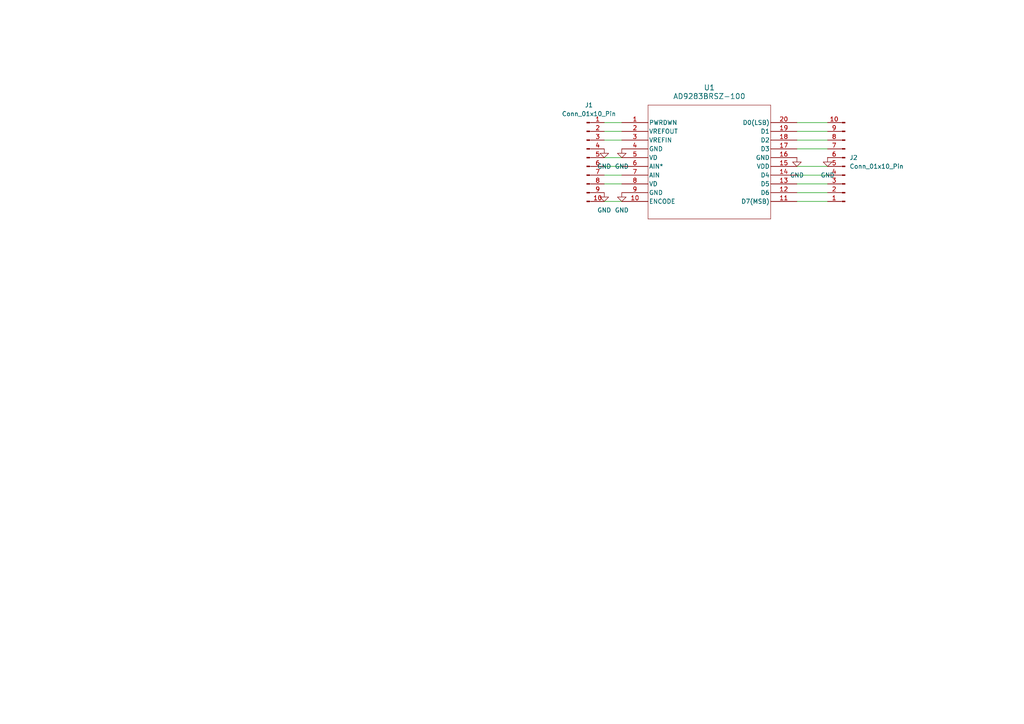
<source format=kicad_sch>
(kicad_sch (version 20231120) (generator "eeschema") (generator_version "8.0")
  (paper "A4")
  (lib_symbols
    (symbol "AD9283BRSZ-100:AD9283BRSZ-100" (pin_names (offset 0.254))
      (property "Reference" "U" (at 25.4 10.16 0))
      (property "Value" "AD9283BRSZ-100" (at 25.4 7.62 0))
      (symbol "AD9283BRSZ-100_0_1"
        (polyline (pts (xy 7.62 -27.94) (xy 43.18 -27.94)) (stroke (width 0.127)))
        (polyline (pts (xy 7.62 5.08) (xy 7.62 -27.94)) (stroke (width 0.127)))
        (polyline (pts (xy 43.18 -27.94) (xy 43.18 5.08)) (stroke (width 0.127)))
        (polyline (pts (xy 43.18 5.08) (xy 7.62 5.08)) (stroke (width 0.127)))
        (pin unspecified line (at 0 0 0) (length 7.62) (name "PWRDWN") (number "1"))
        (pin unspecified line (at 0 -22.86 0) (length 7.62) (name "ENCODE") (number "10"))
        (pin unspecified line (at 50.8 -22.86 180) (length 7.62) (name "D7(MSB)") (number "11"))
        (pin unspecified line (at 50.8 -20.32 180) (length 7.62) (name "D6") (number "12"))
        (pin unspecified line (at 50.8 -17.78 180) (length 7.62) (name "D5") (number "13"))
        (pin unspecified line (at 50.8 -15.24 180) (length 7.62) (name "D4") (number "14"))
        (pin power_in line (at 50.8 -12.7 180) (length 7.62) (name "VDD") (number "15"))
        (pin unspecified line (at 50.8 -10.16 180) (length 7.62) (name "GND") (number "16"))
        (pin unspecified line (at 50.8 -7.62 180) (length 7.62) (name "D3") (number "17"))
        (pin unspecified line (at 50.8 -5.08 180) (length 7.62) (name "D2") (number "18"))
        (pin unspecified line (at 50.8 -2.54 180) (length 7.62) (name "D1") (number "19"))
        (pin unspecified line (at 0 -2.54 0) (length 7.62) (name "VREFOUT") (number "2"))
        (pin unspecified line (at 50.8 0 180) (length 7.62) (name "D0(LSB)") (number "20"))
        (pin unspecified line (at 0 -5.08 0) (length 7.62) (name "VREFIN") (number "3"))
        (pin unspecified line (at 0 -7.62 0) (length 7.62) (name "GND") (number "4"))
        (pin power_in line (at 0 -10.16 0) (length 7.62) (name "VD") (number "5"))
        (pin unspecified line (at 0 -12.7 0) (length 7.62) (name "AIN*") (number "6"))
        (pin unspecified line (at 0 -15.24 0) (length 7.62) (name "AIN") (number "7"))
        (pin power_in line (at 0 -17.78 0) (length 7.62) (name "VD") (number "8"))
        (pin unspecified line (at 0 -20.32 0) (length 7.62) (name "GND") (number "9"))
      )
    )
    (symbol "Connector:Conn_01x10_Pin" (pin_names (offset 1.016) hide)
      (property "Reference" "J" (at 0 12.7 0))
      (property "Value" "Conn_01x10_Pin" (at 0 -15.24 0))
      (symbol "Conn_01x10_Pin_1_1"
        (polyline (pts (xy 1.27 -12.7) (xy 0.8636 -12.7)) (stroke (width 0.1524)))
        (polyline (pts (xy 1.27 -10.16) (xy 0.8636 -10.16)) (stroke (width 0.1524)))
        (polyline (pts (xy 1.27 -7.62) (xy 0.8636 -7.62)) (stroke (width 0.1524)))
        (polyline (pts (xy 1.27 -5.08) (xy 0.8636 -5.08)) (stroke (width 0.1524)))
        (polyline (pts (xy 1.27 -2.54) (xy 0.8636 -2.54)) (stroke (width 0.1524)))
        (polyline (pts (xy 1.27 0) (xy 0.8636 0)) (stroke (width 0.1524)))
        (polyline (pts (xy 1.27 2.54) (xy 0.8636 2.54)) (stroke (width 0.1524)))
        (polyline (pts (xy 1.27 5.08) (xy 0.8636 5.08)) (stroke (width 0.1524)))
        (polyline (pts (xy 1.27 7.62) (xy 0.8636 7.62)) (stroke (width 0.1524)))
        (polyline (pts (xy 1.27 10.16) (xy 0.8636 10.16)) (stroke (width 0.1524)))
        (rectangle (start 0.8636 -12.573) (end 0 -12.827) (stroke (width 0.1524)) (fill (type outline)))
        (rectangle (start 0.8636 -10.033) (end 0 -10.287) (stroke (width 0.1524)) (fill (type outline)))
        (rectangle (start 0.8636 -7.493) (end 0 -7.747) (stroke (width 0.1524)) (fill (type outline)))
        (rectangle (start 0.8636 -4.953) (end 0 -5.207) (stroke (width 0.1524)) (fill (type outline)))
        (rectangle (start 0.8636 -2.413) (end 0 -2.667) (stroke (width 0.1524)) (fill (type outline)))
        (rectangle (start 0.8636 0.127) (end 0 -0.127) (stroke (width 0.1524)) (fill (type outline)))
        (rectangle (start 0.8636 2.667) (end 0 2.413) (stroke (width 0.1524)) (fill (type outline)))
        (rectangle (start 0.8636 5.207) (end 0 4.953) (stroke (width 0.1524)) (fill (type outline)))
        (rectangle (start 0.8636 7.747) (end 0 7.493) (stroke (width 0.1524)) (fill (type outline)))
        (rectangle (start 0.8636 10.287) (end 0 10.033) (stroke (width 0.1524)) (fill (type outline)))
        (pin passive line (at 5.08 10.16 180) (length 3.81) (name "Pin_1") (number "1"))
        (pin passive line (at 5.08 -12.7 180) (length 3.81) (name "Pin_10") (number "10"))
        (pin passive line (at 5.08 7.62 180) (length 3.81) (name "Pin_2") (number "2"))
        (pin passive line (at 5.08 5.08 180) (length 3.81) (name "Pin_3") (number "3"))
        (pin passive line (at 5.08 2.54 180) (length 3.81) (name "Pin_4") (number "4"))
        (pin passive line (at 5.08 0 180) (length 3.81) (name "Pin_5") (number "5"))
        (pin passive line (at 5.08 -2.54 180) (length 3.81) (name "Pin_6") (number "6"))
        (pin passive line (at 5.08 -5.08 180) (length 3.81) (name "Pin_7") (number "7"))
        (pin passive line (at 5.08 -7.62 180) (length 3.81) (name "Pin_8") (number "8"))
        (pin passive line (at 5.08 -10.16 180) (length 3.81) (name "Pin_9") (number "9"))
      )
    )
    (symbol "power:GND" (power) (pin_numbers hide) (pin_names (offset 0) hide)
      (property "Value" "GND" (at 0 -3.81 0))
      (symbol "GND_0_1"
        (polyline (pts (xy 0 0) (xy 0 -1.27) (xy 1.27 -1.27) (xy 0 -2.54) (xy -1.27 -1.27) (xy 0 -1.27)))
      )
      (symbol "GND_1_1"
        (pin power_in line (at 0 0 270) (length 0) (name "~") (number "1"))
      )
    )
  )
  (wire (pts (xy 175.26 45.72) (xy 180.34 45.72)))
  (wire (pts (xy 175.26 38.1) (xy 180.34 38.1)))
  (wire (pts (xy 175.26 50.8) (xy 180.34 50.8)))
  (wire (pts (xy 175.26 58.42) (xy 180.34 58.42)))
  (wire (pts (xy 240.03 48.26) (xy 231.14 48.26)))
  (wire (pts (xy 240.03 35.56) (xy 231.14 35.56)))
  (wire (pts (xy 175.26 48.26) (xy 180.34 48.26)))
  (wire (pts (xy 240.03 58.42) (xy 231.14 58.42)))
  (wire (pts (xy 240.03 53.34) (xy 231.14 53.34)))
  (wire (pts (xy 240.03 50.8) (xy 231.14 50.8)))
  (wire (pts (xy 240.03 38.1) (xy 231.14 38.1)))
  (wire (pts (xy 175.26 40.64) (xy 180.34 40.64)))
  (wire (pts (xy 175.26 53.34) (xy 180.34 53.34)))
  (wire (pts (xy 240.03 55.88) (xy 231.14 55.88)))
  (wire (pts (xy 240.03 43.18) (xy 231.14 43.18)))
  (wire (pts (xy 175.26 35.56) (xy 180.34 35.56)))
  (wire (pts (xy 240.03 40.64) (xy 231.14 40.64)))
  (symbol (lib_id "power:GND") (at 180.34 55.88 0) (unit 1)
    (property "Reference" "#PWR06" (effects (hide yes)))
    (property "Value" "GND" (at 180.34 60.96 0))
    (property "Description" "Power symbol creates a global label with name \"GND\" , ground" (effects (hide yes)))
  )
  (symbol (lib_id "Connector:Conn_01x10_Pin") (at 245.11 48.26 180) (unit 1)
    (property "Reference" "J2" (at 246.38 45.7199 0) (effects (justify right)))
    (property "Value" "Conn_01x10_Pin" (at 246.38 48.2599 0) (effects (justify right)))
    (property "Footprint" "Connector_PinHeader_2.54mm:PinHeader_1x10_P2.54mm_Vertical" (effects (hide yes)))
    (property "Description" "Generic connector, single row, 01x10, script generated" (effects (hide yes)))
  )
  (symbol (lib_id "power:GND") (at 231.14 45.72 0) (unit 1)
    (property "Reference" "#PWR01" (effects (hide yes)))
    (property "Value" "GND" (at 231.14 50.8 0))
    (property "Description" "Power symbol creates a global label with name \"GND\" , ground" (effects (hide yes)))
  )
  (symbol (lib_id "Connector:Conn_01x10_Pin") (at 170.18 45.72 0) (unit 1)
    (property "Reference" "J1" (at 170.815 30.48 0))
    (property "Value" "Conn_01x10_Pin" (at 170.815 33.02 0))
    (property "Footprint" "Connector_PinHeader_2.54mm:PinHeader_1x10_P2.54mm_Vertical" (effects (hide yes)))
    (property "Description" "Generic connector, single row, 01x10, script generated" (effects (hide yes)))
  )
  (symbol (lib_id "AD9283BRSZ-100:AD9283BRSZ-100") (at 180.34 35.56 0) (unit 1)
    (property "Reference" "U1" (at 205.74 25.4 0) (effects (font (size 1.524 1.524))))
    (property "Value" "AD9283BRSZ-100" (at 205.74 27.94 0) (effects (font (size 1.524 1.524))))
    (property "Footprint" "AD9283BRSZ-100:RS_20_ADI" (effects (hide yes)))
    (property "Datasheet" "AD9283BRSZ-100" (effects (hide yes)))
  )
  (symbol (lib_id "power:GND") (at 180.34 43.18 0) (unit 1)
    (property "Reference" "#PWR03" (effects (hide yes)))
    (property "Value" "GND" (at 180.34 48.26 0))
    (property "Description" "Power symbol creates a global label with name \"GND\" , ground" (effects (hide yes)))
  )
  (symbol (lib_id "power:GND") (at 175.26 55.88 0) (unit 1)
    (property "Reference" "#PWR05" (effects (hide yes)))
    (property "Value" "GND" (at 175.26 60.96 0))
    (property "Description" "Power symbol creates a global label with name \"GND\" , ground" (effects (hide yes)))
  )
  (symbol (lib_id "power:GND") (at 175.26 43.18 0) (unit 1)
    (property "Reference" "#PWR04" (effects (hide yes)))
    (property "Value" "GND" (at 175.26 48.26 0))
    (property "Description" "Power symbol creates a global label with name \"GND\" , ground" (effects (hide yes)))
  )
  (symbol (lib_id "power:GND") (at 240.03 45.72 0) (unit 1)
    (property "Reference" "#PWR02" (effects (hide yes)))
    (property "Value" "GND" (at 240.03 50.8 0))
    (property "Description" "Power symbol creates a global label with name \"GND\" , ground" (effects (hide yes)))
  )
)
</source>
